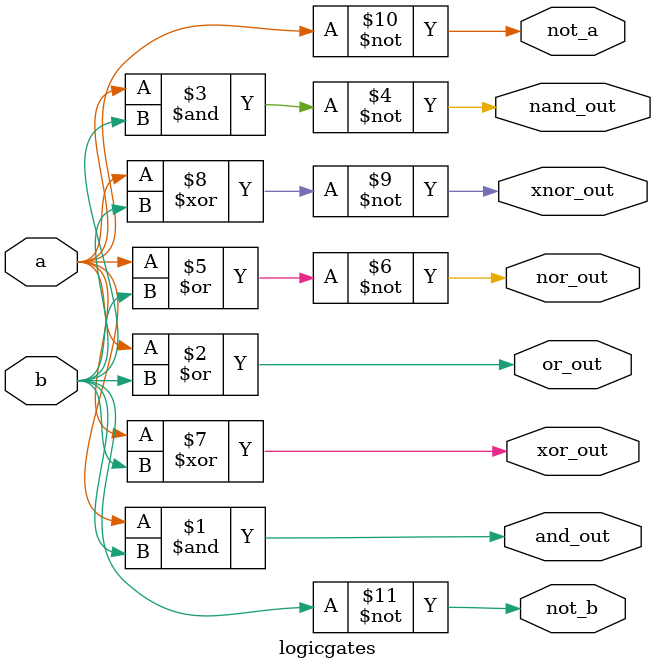
<source format=v>
module logicgates(
     input a, b,
	 output not_a, not_b, and_out, or_out, nand_out, nor_out, xor_out, xnor_out
	 );
	 not a1(not_a, a);
	 not a2(not_b, b);
	 and a3(and_out, a, b);
	 or a4(or_out, a, b);
	 nand a5(nand_out, a, b);
	 nor a6(nor_out, a, b);
	 xor a7(xor_out, a, b);
	 xnor a8(xnor_out, a, b);
	endmodule
</source>
